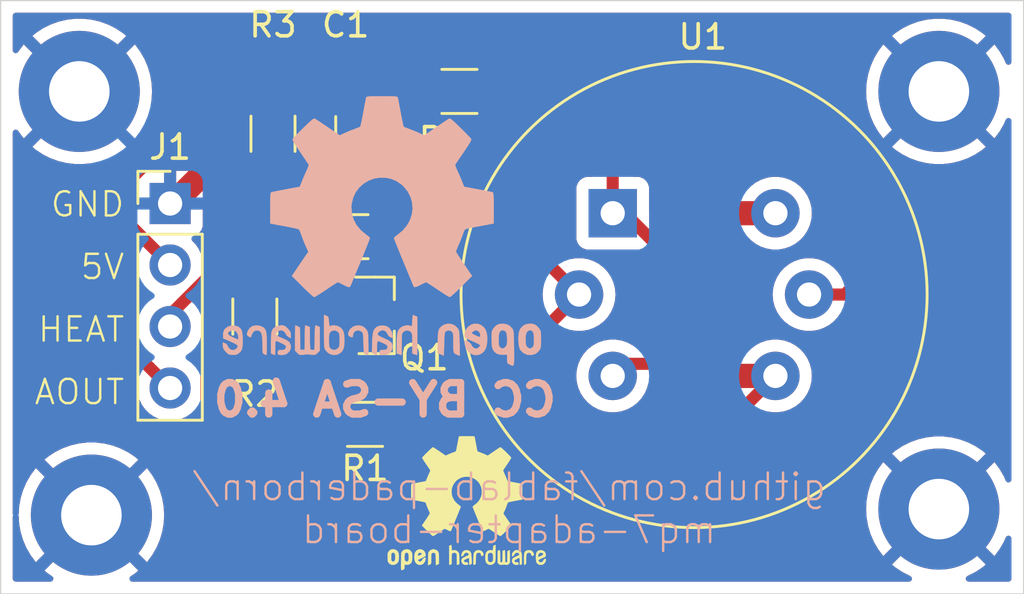
<source format=kicad_pcb>
(kicad_pcb (version 20240108) (generator "pcbnew") (generator_version "8.0")
  (layers (0 "F.Cu" signal) (31 "B.Cu" signal) (34 "B.Paste" user) (35 "F.Paste" user) (36 "B.SilkS" user "B.Silkscreen") (37 "F.SilkS" user "F.Silkscreen") (38 "B.Mask" user) (39 "F.Mask" user) (44 "Edge.Cuts" user))
  (net 0 "")
  (net 1 "Net-(Q1-D)")
  (net 2 "GND")
  (net 3 "+5V")
  (net 4 "HEAT")
  (net 5 "AOUT")
  (net 6 "Net-(Q1-G)")
  (net 7 "Net-(U1-B1)")
  (footprint "Connector_PinHeader_2.54mm:PinHeader_1x04_P2.54mm_Vertical" (layer "F.Cu") (at 102 63.38)
    (property "Reference" "J1" (at 0 -2.33 0) (layer "F.SilkS"))
    (property "Value" "Conn_01x04" (hide yes))
    (pad "1" thru_hole rect (at 0 0) (size 1.7 1.7) (drill 1) (layers "*.Cu" "*.Mask") (net 2 "GND"))
    (pad "2" thru_hole oval (at 0 2.54) (size 1.7 1.7) (drill 1) (layers "*.Cu" "*.Mask") (net 3 "+5V"))
    (pad "3" thru_hole oval (at 0 5.08) (size 1.7 1.7) (drill 1) (layers "*.Cu" "*.Mask") (net 4 "HEAT"))
    (pad "4" thru_hole oval (at 0 7.62) (size 1.7 1.7) (drill 1) (layers "*.Cu" "*.Mask") (net 5 "AOUT"))
  )
  (footprint "Package_TO_SOT_SMD:SOT-23_Handsoldering" (layer "F.Cu") (at 110.5 68)
    (property "Reference" "Q1" (at 2 1.75 0) (layer "F.SilkS"))
    (property "Value" "IRLML2502" (hide yes))
    (pad "1" smd roundrect (at -1.5 -0.95) (size 1.9 0.8) (layers "F.Cu" "F.Paste" "F.Mask") (net 6 "Net-(Q1-G)"))
    (pad "2" smd roundrect (at -1.5 0.95) (size 1.9 0.8) (layers "F.Cu" "F.Paste" "F.Mask") (net 2 "GND"))
    (pad "3" smd roundrect (at 1.5 0) (size 1.9 0.8) (layers "F.Cu" "F.Paste" "F.Mask") (net 1 "Net-(Q1-D)"))
  )
  (footprint "MountingHole:MountingHole_2.5mm_Pad" (layer "F.Cu") (at 98.25 58.75)
    (property "Reference" "H1" (hide yes))
    (property "Value" "MountingHole_Pad" (hide yes))
    (pad "1" thru_hole circle (at 0 0) (size 5 5) (drill 2.5) (layers "*.Cu" "*.Mask") (net 2 "GND"))
  )
  (footprint "MountingHole:MountingHole_2.5mm_Pad" (layer "F.Cu") (at 133.75 76)
    (property "Reference" "H3" (hide yes))
    (property "Value" "MountingHole_Pad" (hide yes))
    (pad "1" thru_hole circle (at 0 0) (size 5 5) (drill 2.5) (layers "*.Cu" "*.Mask") (net 2 "GND"))
  )
  (footprint "Resistor_SMD:R_1206_3216Metric_Pad1.30x1.75mm_HandSolder" (layer "F.Cu") (at 113.95 58.75 180)
    (property "Reference" "R4" (at 0.7 -2 180) (layer "F.SilkS"))
    (property "Value" "470")
    (pad "1" smd roundrect (at -1.55 0 180) (size 1.3 1.75) (layers "F.Cu" "F.Paste" "F.Mask") (roundrect_rratio 0.192308) (net 7 "Net-(U1-B1)"))
    (pad "2" smd roundrect (at 1.55 0 180) (size 1.3 1.75) (layers "F.Cu" "F.Paste" "F.Mask") (roundrect_rratio 0.192308) (net 5 "AOUT"))
  )
  (footprint "Resistor_SMD:R_1206_3216Metric_Pad1.30x1.75mm_HandSolder" (layer "F.Cu") (at 110.05 72.5 180)
    (property "Reference" "R1" (at 0 -1.82 0) (layer "F.SilkS"))
    (property "Value" "75")
    (pad "1" smd roundrect (at -1.55 0 180) (size 1.3 1.75) (layers "F.Cu" "F.Paste" "F.Mask") (roundrect_rratio 0.192308) (net 1 "Net-(Q1-D)"))
    (pad "2" smd roundrect (at 1.55 0 180) (size 1.3 1.75) (layers "F.Cu" "F.Paste" "F.Mask") (roundrect_rratio 0.192308) (net 2 "GND"))
  )
  (footprint "Resistor_SMD:R_1206_3216Metric_Pad1.30x1.75mm_HandSolder" (layer "F.Cu") (at 105.5 68.05 -90)
    (property "Reference" "R2" (at 3.2 0 180) (layer "F.SilkS"))
    (property "Value" "1k")
    (pad "1" smd roundrect (at -1.55 0 270) (size 1.3 1.75) (layers "F.Cu" "F.Paste" "F.Mask") (roundrect_rratio 0.192308) (net 6 "Net-(Q1-G)"))
    (pad "2" smd roundrect (at 1.55 0 270) (size 1.3 1.75) (layers "F.Cu" "F.Paste" "F.Mask") (roundrect_rratio 0.192308) (net 2 "GND"))
  )
  (footprint "Capacitor_SMD:C_1206_3216Metric_Pad1.33x1.80mm_HandSolder" (layer "F.Cu") (at 109.75 60.5 -90)
    (property "Reference" "C1" (at -4.5 0.5 180) (layer "F.SilkS"))
    (property "Value" "100nF")
    (pad "1" smd roundrect (at -1.5625 0 270) (size 1.325 1.8) (layers "F.Cu" "F.Paste" "F.Mask") (roundrect_rratio 0.188679) (net 5 "AOUT"))
    (pad "2" smd roundrect (at 1.5625 0 270) (size 1.325 1.8) (layers "F.Cu" "F.Paste" "F.Mask") (roundrect_rratio 0.188679) (net 2 "GND"))
  )
  (footprint "MountingHole:MountingHole_2.5mm_Pad" (layer "F.Cu") (at 98.75 76.25)
    (property "Reference" "H4" (hide yes))
    (property "Value" "MountingHole_Pad" (hide yes))
    (pad "1" thru_hole circle (at 0 0) (size 5 5) (drill 2.5) (layers "*.Cu" "*.Mask") (net 2 "GND"))
  )
  (footprint "Symbol:OSHW-Logo2_7.3x6mm_SilkScreen" (layer "F.Cu") (at 114.25 75.75)
    (property "Reference" "REF**" (hide yes))
    (property "Value" "OSHW-Logo2_7.3x6mm_SilkScreen" (hide yes))
  )
  (footprint "Resistor_SMD:R_1206_3216Metric_Pad1.30x1.75mm_HandSolder" (layer "F.Cu") (at 106.25 60.5 -90)
    (property "Reference" "R3" (at -4.5 0 180) (layer "F.SilkS"))
    (property "Value" "1k")
    (pad "1" smd roundrect (at -1.55 0 270) (size 1.3 1.75) (layers "F.Cu" "F.Paste" "F.Mask") (roundrect_rratio 0.192308) (net 5 "AOUT"))
    (pad "2" smd roundrect (at 1.55 0 270) (size 1.3 1.75) (layers "F.Cu" "F.Paste" "F.Mask") (roundrect_rratio 0.192308) (net 2 "GND"))
  )
  (footprint "Resistor_SMD:R_1206_3216Metric_Pad1.30x1.75mm_HandSolder" (layer "F.Cu") (at 109.45 64.75)
    (property "Reference" "R5" (at 3.55 0.25 90) (layer "F.SilkS"))
    (property "Value" "0")
    (pad "1" smd roundrect (at -1.55 0) (size 1.3 1.75) (layers "F.Cu" "F.Paste" "F.Mask") (roundrect_rratio 0.192308) (net 4 "HEAT"))
    (pad "2" smd roundrect (at 1.55 0) (size 1.3 1.75) (layers "F.Cu" "F.Paste" "F.Mask") (roundrect_rratio 0.192308) (net 6 "Net-(Q1-G)"))
  )
  (footprint "Sensor:MQ-6" (layer "F.Cu") (at 120.28 63.78)
    (property "Reference" "U1" (at 3.72 -7.28 0) (layer "F.SilkS"))
    (property "Value" "MQ-7")
    (pad "1" thru_hole rect (at 0 0) (size 2 2) (drill 1) (layers "*.Cu" "*.Mask") (net 7 "Net-(U1-B1)"))
    (pad "2" thru_hole circle (at -1.39 3.36) (size 2 2) (drill 1) (layers "*.Cu" "*.Mask") (net 3 "+5V"))
    (pad "3" thru_hole circle (at 0 6.72 90) (size 2 2) (drill 1) (layers "*.Cu" "*.Mask") (net 7 "Net-(U1-B1)"))
    (pad "4" thru_hole circle (at 6.72 6.72 180) (size 2 2) (drill 1) (layers "*.Cu" "*.Mask") (net 3 "+5V"))
    (pad "5" thru_hole circle (at 8.11 3.36) (size 2 2) (drill 1) (layers "*.Cu" "*.Mask") (net 1 "Net-(Q1-D)"))
    (pad "6" thru_hole circle (at 6.72 0 270) (size 2 2) (drill 1) (layers "*.Cu" "*.Mask") (net 3 "+5V"))
  )
  (footprint "MountingHole:MountingHole_2.5mm_Pad" (layer "F.Cu") (at 133.75 58.75)
    (property "Reference" "H2" (hide yes))
    (property "Value" "MountingHole_Pad" (hide yes))
    (pad "1" thru_hole circle (at 0 0) (size 5 5) (drill 2.5) (layers "*.Cu" "*.Mask") (net 2 "GND"))
  )
  (footprint "Symbol:OSHW-Logo2_14.6x12mm_SilkScreen" (layer "B.Cu") (at 110.75 64.5 180)
    (property "Reference" "REF**" (hide yes))
    (property "Value" "OSHW-Logo2_14.6x12mm_SilkScreen" (hide yes))
  )
  (gr_rect (start 95 55) (end 137.25 79.5) (stroke (width 0.05)) (fill none) (layer "Edge.Cuts"))
  (gr_text "CC BY-SA 4.0" (at 118.09619 72.25 0) (layer "B.SilkS") (effects (font (size 1.3 1.3) (thickness 0.3) (bold yes)) (justify left bottom mirror)))
  (gr_text "github.com/fablab-paderborn/\nmq7-adapter-board" (at 116 77.5 0) (layer "B.SilkS") (effects (font (size 1.1 1.1) (thickness 0.1)) (justify bottom mirror)))
  (gr_text "HEAT" (at 96.47619 69.166666 0) (layer "F.SilkS") (effects (font (size 1 1) (thickness 0.1)) (justify left bottom)))
  (gr_text "AOUT" (at 96.333333 71.75 0) (layer "F.SilkS") (effects (font (size 1 1) (thickness 0.1)) (justify left bottom)))
  (gr_text "5V" (at 98.238095 66.583333 0) (layer "F.SilkS") (effects (font (size 1 1) (thickness 0.1)) (justify left bottom)))
  (gr_text "GND" (at 97 64 0) (layer "F.SilkS") (effects (font (size 1 1) (thickness 0.1)) (justify left bottom)))
  (segment (start 130 67) (end 129.86 67.14) (width 0.5) (layer "F.Cu") (net 1))
  (segment (start 103.5 69) (end 103.5 73) (width 0.5) (layer "F.Cu") (net 1))
  (segment (start 104.5 68) (end 103.5 69) (width 0.5) (layer "F.Cu") (net 1))
  (segment (start 111.5 68) (end 104.5 68) (width 0.5) (layer "F.Cu") (net 1))
  (segment (start 103.5 73) (end 105 74.5) (width 0.5) (layer "F.Cu") (net 1))
  (segment (start 129.86 67.14) (end 128.39 67.14) (width 0.5) (layer "F.Cu") (net 1))
  (segment (start 115.1 76) (end 129.25 76) (width 0.5) (layer "F.Cu") (net 1))
  (segment (start 129.75 70.75) (end 129.75 75.5) (width 0.5) (layer "F.Cu") (net 1))
  (segment (start 111.6 72.5) (end 115.1 76) (width 0.5) (layer "F.Cu") (net 1))
  (segment (start 131 69.5) (end 129.75 70.75) (width 0.5) (layer "F.Cu") (net 1))
  (segment (start 105 74.5) (end 110 74.5) (width 0.5) (layer "F.Cu") (net 1))
  (segment (start 129.25 76) (end 129.75 75.5) (width 0.5) (layer "F.Cu") (net 1))
  (segment (start 110 74.5) (end 111.6 72.9) (width 0.5) (layer "F.Cu") (net 1))
  (segment (start 131 69.5) (end 131 67) (width 0.5) (layer "F.Cu") (net 1))
  (segment (start 131 67) (end 130 67) (width 0.5) (layer "F.Cu") (net 1))
  (segment (start 111.6 72.9) (end 111.6 72.5) (width 0.5) (layer "F.Cu") (net 1))
  (segment (start 112.5 62.0625) (end 112.5 64) (width 0.5) (layer "F.Cu") (net 2))
  (segment (start 102.12 63.38) (end 103.45 62.05) (width 1) (layer "F.Cu") (net 2))
  (segment (start 103.45 62.05) (end 106.25 62.05) (width 1) (layer "F.Cu") (net 2))
  (segment (start 106.25 62.05) (end 106.2625 62.0625) (width 0.5) (layer "F.Cu") (net 2))
  (segment (start 102 63.38) (end 102.12 63.38) (width 1) (layer "F.Cu") (net 2))
  (segment (start 108.5 68.95) (end 106.15 68.95) (width 0.5) (layer "F.Cu") (net 2))
  (segment (start 106.2625 62.0625) (end 112.5 62.0625) (width 0.5) (layer "F.Cu") (net 2))
  (segment (start 106.15 68.95) (end 105.5 69.6) (width 0.5) (layer "F.Cu") (net 2))
  (segment (start 112.5 64) (end 115.25 66.75) (width 0.5) (layer "F.Cu") (net 2))
  (segment (start 108.5 72.5) (end 108.5 68.95) (width 0.5) (layer "F.Cu") (net 2))
  (segment (start 115.25 66.75) (end 115.25 70) (width 0.5) (layer "F.Cu") (net 2))
  (segment (start 112.4625 62.1) (end 112.5 62.0625) (width 0.5) (layer "F.Cu") (net 2))
  (segment (start 109.55 70) (end 108.5 68.95) (width 0.5) (layer "F.Cu") (net 2))
  (segment (start 115.25 70) (end 109.55 70) (width 0.5) (layer "F.Cu") (net 2))
  (segment (start 120 74) (end 123.5 74) (width 0.5) (layer "F.Cu") (net 3))
  (segment (start 124.97 63.78) (end 124 64.75) (width 1) (layer "F.Cu") (net 3))
  (segment (start 127 63.78) (end 124.97 63.78) (width 1) (layer "F.Cu") (net 3))
  (segment (start 102.28 60.5) (end 101.78 61) (width 0.5) (layer "F.Cu") (net 3))
  (segment (start 115 61) (end 114.5 60.5) (width 0.5) (layer "F.Cu") (net 3))
  (segment (start 115 63.25) (end 115 61) (width 0.5) (layer "F.Cu") (net 3))
  (segment (start 101.75 61) (end 100 62.75) (width 0.5) (layer "F.Cu") (net 3))
  (segment (start 118.89 67.14) (end 115 63.25) (width 0.5) (layer "F.Cu") (net 3))
  (segment (start 124.25 70.5) (end 127 70.5) (width 1) (layer "F.Cu") (net 3))
  (segment (start 101.78 61) (end 101.75 61) (width 0.5) (layer "F.Cu") (net 3))
  (segment (start 124 64.75) (end 124 70.25) (width 1) (layer "F.Cu") (net 3))
  (segment (start 123.5 74) (end 127 70.5) (width 0.5) (layer "F.Cu") (net 3))
  (segment (start 117.5 68.53) (end 117.5 71.5) (width 0.5) (layer "F.Cu") (net 3))
  (segment (start 114.5 60.5) (end 102.28 60.5) (width 0.5) (layer "F.Cu") (net 3))
  (segment (start 100 63.92) (end 102 65.92) (width 0.5) (layer "F.Cu") (net 3))
  (segment (start 118.89 67.14) (end 117.5 68.53) (width 0.5) (layer "F.Cu") (net 3))
  (segment (start 117.5 71.5) (end 120 74) (width 0.5) (layer "F.Cu") (net 3))
  (segment (start 124 70.25) (end 124.25 70.5) (width 1) (layer "F.Cu") (net 3))
  (segment (start 100 62.75) (end 100 63.92) (width 0.5) (layer "F.Cu") (net 3))
  (segment (start 102 67.978122) (end 104.039061 65.939061) (width 0.5) (layer "F.Cu") (net 4))
  (segment (start 102 68.46) (end 102 67.978122) (width 0.5) (layer "F.Cu") (net 4))
  (segment (start 105.228122 64.75) (end 107.9 64.75) (width 0.5) (layer "F.Cu") (net 4))
  (segment (start 104.039061 65.939061) (end 105.228122 64.75) (width 0.5) (layer "F.Cu") (net 4))
  (segment (start 112.4375 59) (end 112.5 58.9375) (width 0.5) (layer "F.Cu") (net 5))
  (segment (start 99.06 62.70005) (end 99.06 68.06) (width 0.5) (layer "F.Cu") (net 5))
  (segment (start 109.5 59) (end 106 59) (width 0.5) (layer "F.Cu") (net 5))
  (segment (start 102.76005 59) (end 99.06 62.70005) (width 0.5) (layer "F.Cu") (net 5))
  (segment (start 99.06 68.06) (end 102 71) (width 0.5) (layer "F.Cu") (net 5))
  (segment (start 106 59) (end 102.76005 59) (width 0.5) (layer "F.Cu") (net 5))
  (segment (start 109.5 59) (end 112.4375 59) (width 0.5) (layer "F.Cu") (net 5))
  (segment (start 110.8 64.75) (end 111 64.75) (width 0.2) (layer "F.Cu") (net 6))
  (segment (start 109 66.75) (end 111 64.75) (width 0.5) (layer "F.Cu") (net 6))
  (segment (start 106.05 67.05) (end 105.5 66.5) (width 0.5) (layer "F.Cu") (net 6))
  (segment (start 111 64.75) (end 111 65.05) (width 0.2) (layer "F.Cu") (net 6))
  (segment (start 109 67.05) (end 109 66.75) (width 0.5) (layer "F.Cu") (net 6))
  (segment (start 109 67.05) (end 106.05 67.05) (width 0.5) (layer "F.Cu") (net 6))
  (segment (start 115.5 58.75) (end 120 58.75) (width 0.5) (layer "F.Cu") (net 7))
  (segment (start 122 70) (end 120.78 70) (width 0.5) (layer "F.Cu") (net 7))
  (segment (start 120.78 63.78) (end 122 65) (width 0.5) (layer "F.Cu") (net 7))
  (segment (start 122 65) (end 122 70) (width 0.5) (layer "F.Cu") (net 7))
  (segment (start 120.28 59.03) (end 120.28 63.78) (width 0.5) (layer "F.Cu") (net 7))
  (segment (start 120.78 70) (end 120.28 70.5) (width 0.5) (layer "F.Cu") (net 7))
  (segment (start 120.28 63.78) (end 120.78 63.78) (width 0.5) (layer "F.Cu") (net 7))
  (segment (start 120 58.75) (end 120.28 59.03) (width 0.5) (layer "F.Cu") (net 7))
  (zone (net 2) (net_name "GND") (layer "F.Cu") (priority 2) (connect_pads (clearance 0.5)) (min_thickness 0.25) (fill yes (thermal_gap 0.5) (thermal_bridge_width 0.5))
    (polygon (pts (xy 137.25 79.5) (xy 137.25 55) (xy 95 55) (xy 95 79.5)))
  )
  (zone (net 2) (net_name "GND") (layer "B.Cu") (connect_pads (clearance 0.5)) (min_thickness 0.25) (fill yes (thermal_gap 0.5) (thermal_bridge_width 0.5))
    (polygon (pts (xy 117 79.5) (xy 95 79.5) (xy 95 55) (xy 137.25 55) (xy 137.25 79.5)))
  )
)
</source>
